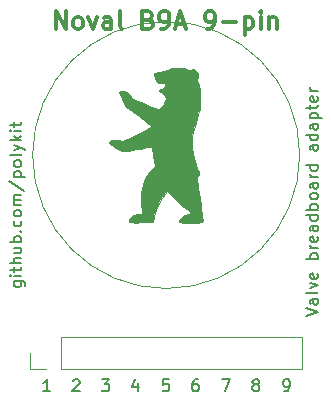
<source format=gbr>
%TF.GenerationSoftware,KiCad,Pcbnew,5.1.8-db9833491~88~ubuntu16.04.1*%
%TF.CreationDate,2020-12-31T19:31:44+01:00*%
%TF.ProjectId,valve-adapter-noval,76616c76-652d-4616-9461-707465722d6e,rev?*%
%TF.SameCoordinates,Original*%
%TF.FileFunction,Legend,Top*%
%TF.FilePolarity,Positive*%
%FSLAX46Y46*%
G04 Gerber Fmt 4.6, Leading zero omitted, Abs format (unit mm)*
G04 Created by KiCad (PCBNEW 5.1.8-db9833491~88~ubuntu16.04.1) date 2020-12-31 19:31:44*
%MOMM*%
%LPD*%
G01*
G04 APERTURE LIST*
%ADD10C,0.200000*%
%ADD11C,0.300000*%
%ADD12C,0.010000*%
%ADD13C,0.120000*%
G04 APERTURE END LIST*
D10*
X174852380Y-112966666D02*
X175852380Y-112633333D01*
X174852380Y-112300000D01*
X175852380Y-111538095D02*
X175328571Y-111538095D01*
X175233333Y-111585714D01*
X175185714Y-111680952D01*
X175185714Y-111871428D01*
X175233333Y-111966666D01*
X175804761Y-111538095D02*
X175852380Y-111633333D01*
X175852380Y-111871428D01*
X175804761Y-111966666D01*
X175709523Y-112014285D01*
X175614285Y-112014285D01*
X175519047Y-111966666D01*
X175471428Y-111871428D01*
X175471428Y-111633333D01*
X175423809Y-111538095D01*
X175852380Y-110919047D02*
X175804761Y-111014285D01*
X175709523Y-111061904D01*
X174852380Y-111061904D01*
X175185714Y-110633333D02*
X175852380Y-110395238D01*
X175185714Y-110157142D01*
X175804761Y-109395238D02*
X175852380Y-109490476D01*
X175852380Y-109680952D01*
X175804761Y-109776190D01*
X175709523Y-109823809D01*
X175328571Y-109823809D01*
X175233333Y-109776190D01*
X175185714Y-109680952D01*
X175185714Y-109490476D01*
X175233333Y-109395238D01*
X175328571Y-109347619D01*
X175423809Y-109347619D01*
X175519047Y-109823809D01*
X175852380Y-108157142D02*
X174852380Y-108157142D01*
X175233333Y-108157142D02*
X175185714Y-108061904D01*
X175185714Y-107871428D01*
X175233333Y-107776190D01*
X175280952Y-107728571D01*
X175376190Y-107680952D01*
X175661904Y-107680952D01*
X175757142Y-107728571D01*
X175804761Y-107776190D01*
X175852380Y-107871428D01*
X175852380Y-108061904D01*
X175804761Y-108157142D01*
X175852380Y-107252380D02*
X175185714Y-107252380D01*
X175376190Y-107252380D02*
X175280952Y-107204761D01*
X175233333Y-107157142D01*
X175185714Y-107061904D01*
X175185714Y-106966666D01*
X175804761Y-106252380D02*
X175852380Y-106347619D01*
X175852380Y-106538095D01*
X175804761Y-106633333D01*
X175709523Y-106680952D01*
X175328571Y-106680952D01*
X175233333Y-106633333D01*
X175185714Y-106538095D01*
X175185714Y-106347619D01*
X175233333Y-106252380D01*
X175328571Y-106204761D01*
X175423809Y-106204761D01*
X175519047Y-106680952D01*
X175852380Y-105347619D02*
X175328571Y-105347619D01*
X175233333Y-105395238D01*
X175185714Y-105490476D01*
X175185714Y-105680952D01*
X175233333Y-105776190D01*
X175804761Y-105347619D02*
X175852380Y-105442857D01*
X175852380Y-105680952D01*
X175804761Y-105776190D01*
X175709523Y-105823809D01*
X175614285Y-105823809D01*
X175519047Y-105776190D01*
X175471428Y-105680952D01*
X175471428Y-105442857D01*
X175423809Y-105347619D01*
X175852380Y-104442857D02*
X174852380Y-104442857D01*
X175804761Y-104442857D02*
X175852380Y-104538095D01*
X175852380Y-104728571D01*
X175804761Y-104823809D01*
X175757142Y-104871428D01*
X175661904Y-104919047D01*
X175376190Y-104919047D01*
X175280952Y-104871428D01*
X175233333Y-104823809D01*
X175185714Y-104728571D01*
X175185714Y-104538095D01*
X175233333Y-104442857D01*
X175852380Y-103966666D02*
X174852380Y-103966666D01*
X175233333Y-103966666D02*
X175185714Y-103871428D01*
X175185714Y-103680952D01*
X175233333Y-103585714D01*
X175280952Y-103538095D01*
X175376190Y-103490476D01*
X175661904Y-103490476D01*
X175757142Y-103538095D01*
X175804761Y-103585714D01*
X175852380Y-103680952D01*
X175852380Y-103871428D01*
X175804761Y-103966666D01*
X175852380Y-102919047D02*
X175804761Y-103014285D01*
X175757142Y-103061904D01*
X175661904Y-103109523D01*
X175376190Y-103109523D01*
X175280952Y-103061904D01*
X175233333Y-103014285D01*
X175185714Y-102919047D01*
X175185714Y-102776190D01*
X175233333Y-102680952D01*
X175280952Y-102633333D01*
X175376190Y-102585714D01*
X175661904Y-102585714D01*
X175757142Y-102633333D01*
X175804761Y-102680952D01*
X175852380Y-102776190D01*
X175852380Y-102919047D01*
X175852380Y-101728571D02*
X175328571Y-101728571D01*
X175233333Y-101776190D01*
X175185714Y-101871428D01*
X175185714Y-102061904D01*
X175233333Y-102157142D01*
X175804761Y-101728571D02*
X175852380Y-101823809D01*
X175852380Y-102061904D01*
X175804761Y-102157142D01*
X175709523Y-102204761D01*
X175614285Y-102204761D01*
X175519047Y-102157142D01*
X175471428Y-102061904D01*
X175471428Y-101823809D01*
X175423809Y-101728571D01*
X175852380Y-101252380D02*
X175185714Y-101252380D01*
X175376190Y-101252380D02*
X175280952Y-101204761D01*
X175233333Y-101157142D01*
X175185714Y-101061904D01*
X175185714Y-100966666D01*
X175852380Y-100204761D02*
X174852380Y-100204761D01*
X175804761Y-100204761D02*
X175852380Y-100300000D01*
X175852380Y-100490476D01*
X175804761Y-100585714D01*
X175757142Y-100633333D01*
X175661904Y-100680952D01*
X175376190Y-100680952D01*
X175280952Y-100633333D01*
X175233333Y-100585714D01*
X175185714Y-100490476D01*
X175185714Y-100300000D01*
X175233333Y-100204761D01*
X175852380Y-98538095D02*
X175328571Y-98538095D01*
X175233333Y-98585714D01*
X175185714Y-98680952D01*
X175185714Y-98871428D01*
X175233333Y-98966666D01*
X175804761Y-98538095D02*
X175852380Y-98633333D01*
X175852380Y-98871428D01*
X175804761Y-98966666D01*
X175709523Y-99014285D01*
X175614285Y-99014285D01*
X175519047Y-98966666D01*
X175471428Y-98871428D01*
X175471428Y-98633333D01*
X175423809Y-98538095D01*
X175852380Y-97633333D02*
X174852380Y-97633333D01*
X175804761Y-97633333D02*
X175852380Y-97728571D01*
X175852380Y-97919047D01*
X175804761Y-98014285D01*
X175757142Y-98061904D01*
X175661904Y-98109523D01*
X175376190Y-98109523D01*
X175280952Y-98061904D01*
X175233333Y-98014285D01*
X175185714Y-97919047D01*
X175185714Y-97728571D01*
X175233333Y-97633333D01*
X175852380Y-96728571D02*
X175328571Y-96728571D01*
X175233333Y-96776190D01*
X175185714Y-96871428D01*
X175185714Y-97061904D01*
X175233333Y-97157142D01*
X175804761Y-96728571D02*
X175852380Y-96823809D01*
X175852380Y-97061904D01*
X175804761Y-97157142D01*
X175709523Y-97204761D01*
X175614285Y-97204761D01*
X175519047Y-97157142D01*
X175471428Y-97061904D01*
X175471428Y-96823809D01*
X175423809Y-96728571D01*
X175185714Y-96252380D02*
X176185714Y-96252380D01*
X175233333Y-96252380D02*
X175185714Y-96157142D01*
X175185714Y-95966666D01*
X175233333Y-95871428D01*
X175280952Y-95823809D01*
X175376190Y-95776190D01*
X175661904Y-95776190D01*
X175757142Y-95823809D01*
X175804761Y-95871428D01*
X175852380Y-95966666D01*
X175852380Y-96157142D01*
X175804761Y-96252380D01*
X175185714Y-95490476D02*
X175185714Y-95109523D01*
X174852380Y-95347619D02*
X175709523Y-95347619D01*
X175804761Y-95300000D01*
X175852380Y-95204761D01*
X175852380Y-95109523D01*
X175804761Y-94395238D02*
X175852380Y-94490476D01*
X175852380Y-94680952D01*
X175804761Y-94776190D01*
X175709523Y-94823809D01*
X175328571Y-94823809D01*
X175233333Y-94776190D01*
X175185714Y-94680952D01*
X175185714Y-94490476D01*
X175233333Y-94395238D01*
X175328571Y-94347619D01*
X175423809Y-94347619D01*
X175519047Y-94823809D01*
X175852380Y-93919047D02*
X175185714Y-93919047D01*
X175376190Y-93919047D02*
X175280952Y-93871428D01*
X175233333Y-93823809D01*
X175185714Y-93728571D01*
X175185714Y-93633333D01*
X150085714Y-110052380D02*
X150895238Y-110052380D01*
X150990476Y-110100000D01*
X151038095Y-110147619D01*
X151085714Y-110242857D01*
X151085714Y-110385714D01*
X151038095Y-110480952D01*
X150704761Y-110052380D02*
X150752380Y-110147619D01*
X150752380Y-110338095D01*
X150704761Y-110433333D01*
X150657142Y-110480952D01*
X150561904Y-110528571D01*
X150276190Y-110528571D01*
X150180952Y-110480952D01*
X150133333Y-110433333D01*
X150085714Y-110338095D01*
X150085714Y-110147619D01*
X150133333Y-110052380D01*
X150752380Y-109576190D02*
X150085714Y-109576190D01*
X149752380Y-109576190D02*
X149800000Y-109623809D01*
X149847619Y-109576190D01*
X149800000Y-109528571D01*
X149752380Y-109576190D01*
X149847619Y-109576190D01*
X150085714Y-109242857D02*
X150085714Y-108861904D01*
X149752380Y-109100000D02*
X150609523Y-109100000D01*
X150704761Y-109052380D01*
X150752380Y-108957142D01*
X150752380Y-108861904D01*
X150752380Y-108528571D02*
X149752380Y-108528571D01*
X150752380Y-108100000D02*
X150228571Y-108100000D01*
X150133333Y-108147619D01*
X150085714Y-108242857D01*
X150085714Y-108385714D01*
X150133333Y-108480952D01*
X150180952Y-108528571D01*
X150085714Y-107195238D02*
X150752380Y-107195238D01*
X150085714Y-107623809D02*
X150609523Y-107623809D01*
X150704761Y-107576190D01*
X150752380Y-107480952D01*
X150752380Y-107338095D01*
X150704761Y-107242857D01*
X150657142Y-107195238D01*
X150752380Y-106719047D02*
X149752380Y-106719047D01*
X150133333Y-106719047D02*
X150085714Y-106623809D01*
X150085714Y-106433333D01*
X150133333Y-106338095D01*
X150180952Y-106290476D01*
X150276190Y-106242857D01*
X150561904Y-106242857D01*
X150657142Y-106290476D01*
X150704761Y-106338095D01*
X150752380Y-106433333D01*
X150752380Y-106623809D01*
X150704761Y-106719047D01*
X150657142Y-105814285D02*
X150704761Y-105766666D01*
X150752380Y-105814285D01*
X150704761Y-105861904D01*
X150657142Y-105814285D01*
X150752380Y-105814285D01*
X150704761Y-104909523D02*
X150752380Y-105004761D01*
X150752380Y-105195238D01*
X150704761Y-105290476D01*
X150657142Y-105338095D01*
X150561904Y-105385714D01*
X150276190Y-105385714D01*
X150180952Y-105338095D01*
X150133333Y-105290476D01*
X150085714Y-105195238D01*
X150085714Y-105004761D01*
X150133333Y-104909523D01*
X150752380Y-104338095D02*
X150704761Y-104433333D01*
X150657142Y-104480952D01*
X150561904Y-104528571D01*
X150276190Y-104528571D01*
X150180952Y-104480952D01*
X150133333Y-104433333D01*
X150085714Y-104338095D01*
X150085714Y-104195238D01*
X150133333Y-104100000D01*
X150180952Y-104052380D01*
X150276190Y-104004761D01*
X150561904Y-104004761D01*
X150657142Y-104052380D01*
X150704761Y-104100000D01*
X150752380Y-104195238D01*
X150752380Y-104338095D01*
X150752380Y-103576190D02*
X150085714Y-103576190D01*
X150180952Y-103576190D02*
X150133333Y-103528571D01*
X150085714Y-103433333D01*
X150085714Y-103290476D01*
X150133333Y-103195238D01*
X150228571Y-103147619D01*
X150752380Y-103147619D01*
X150228571Y-103147619D02*
X150133333Y-103100000D01*
X150085714Y-103004761D01*
X150085714Y-102861904D01*
X150133333Y-102766666D01*
X150228571Y-102719047D01*
X150752380Y-102719047D01*
X149704761Y-101528571D02*
X150990476Y-102385714D01*
X150085714Y-101195238D02*
X151085714Y-101195238D01*
X150133333Y-101195238D02*
X150085714Y-101100000D01*
X150085714Y-100909523D01*
X150133333Y-100814285D01*
X150180952Y-100766666D01*
X150276190Y-100719047D01*
X150561904Y-100719047D01*
X150657142Y-100766666D01*
X150704761Y-100814285D01*
X150752380Y-100909523D01*
X150752380Y-101100000D01*
X150704761Y-101195238D01*
X150752380Y-100147619D02*
X150704761Y-100242857D01*
X150657142Y-100290476D01*
X150561904Y-100338095D01*
X150276190Y-100338095D01*
X150180952Y-100290476D01*
X150133333Y-100242857D01*
X150085714Y-100147619D01*
X150085714Y-100004761D01*
X150133333Y-99909523D01*
X150180952Y-99861904D01*
X150276190Y-99814285D01*
X150561904Y-99814285D01*
X150657142Y-99861904D01*
X150704761Y-99909523D01*
X150752380Y-100004761D01*
X150752380Y-100147619D01*
X150752380Y-99242857D02*
X150704761Y-99338095D01*
X150609523Y-99385714D01*
X149752380Y-99385714D01*
X150085714Y-98957142D02*
X150752380Y-98719047D01*
X150085714Y-98480952D02*
X150752380Y-98719047D01*
X150990476Y-98814285D01*
X151038095Y-98861904D01*
X151085714Y-98957142D01*
X150752380Y-98100000D02*
X149752380Y-98100000D01*
X150371428Y-98004761D02*
X150752380Y-97719047D01*
X150085714Y-97719047D02*
X150466666Y-98100000D01*
X150752380Y-97290476D02*
X150085714Y-97290476D01*
X149752380Y-97290476D02*
X149800000Y-97338095D01*
X149847619Y-97290476D01*
X149800000Y-97242857D01*
X149752380Y-97290476D01*
X149847619Y-97290476D01*
X150085714Y-96957142D02*
X150085714Y-96576190D01*
X149752380Y-96814285D02*
X150609523Y-96814285D01*
X150704761Y-96766666D01*
X150752380Y-96671428D01*
X150752380Y-96576190D01*
X173009523Y-119352380D02*
X173200000Y-119352380D01*
X173295238Y-119304761D01*
X173342857Y-119257142D01*
X173438095Y-119114285D01*
X173485714Y-118923809D01*
X173485714Y-118542857D01*
X173438095Y-118447619D01*
X173390476Y-118400000D01*
X173295238Y-118352380D01*
X173104761Y-118352380D01*
X173009523Y-118400000D01*
X172961904Y-118447619D01*
X172914285Y-118542857D01*
X172914285Y-118780952D01*
X172961904Y-118876190D01*
X173009523Y-118923809D01*
X173104761Y-118971428D01*
X173295238Y-118971428D01*
X173390476Y-118923809D01*
X173438095Y-118876190D01*
X173485714Y-118780952D01*
X170504761Y-118780952D02*
X170409523Y-118733333D01*
X170361904Y-118685714D01*
X170314285Y-118590476D01*
X170314285Y-118542857D01*
X170361904Y-118447619D01*
X170409523Y-118400000D01*
X170504761Y-118352380D01*
X170695238Y-118352380D01*
X170790476Y-118400000D01*
X170838095Y-118447619D01*
X170885714Y-118542857D01*
X170885714Y-118590476D01*
X170838095Y-118685714D01*
X170790476Y-118733333D01*
X170695238Y-118780952D01*
X170504761Y-118780952D01*
X170409523Y-118828571D01*
X170361904Y-118876190D01*
X170314285Y-118971428D01*
X170314285Y-119161904D01*
X170361904Y-119257142D01*
X170409523Y-119304761D01*
X170504761Y-119352380D01*
X170695238Y-119352380D01*
X170790476Y-119304761D01*
X170838095Y-119257142D01*
X170885714Y-119161904D01*
X170885714Y-118971428D01*
X170838095Y-118876190D01*
X170790476Y-118828571D01*
X170695238Y-118780952D01*
X167766666Y-118352380D02*
X168433333Y-118352380D01*
X168004761Y-119352380D01*
X165690476Y-118352380D02*
X165500000Y-118352380D01*
X165404761Y-118400000D01*
X165357142Y-118447619D01*
X165261904Y-118590476D01*
X165214285Y-118780952D01*
X165214285Y-119161904D01*
X165261904Y-119257142D01*
X165309523Y-119304761D01*
X165404761Y-119352380D01*
X165595238Y-119352380D01*
X165690476Y-119304761D01*
X165738095Y-119257142D01*
X165785714Y-119161904D01*
X165785714Y-118923809D01*
X165738095Y-118828571D01*
X165690476Y-118780952D01*
X165595238Y-118733333D01*
X165404761Y-118733333D01*
X165309523Y-118780952D01*
X165261904Y-118828571D01*
X165214285Y-118923809D01*
X163238095Y-118352380D02*
X162761904Y-118352380D01*
X162714285Y-118828571D01*
X162761904Y-118780952D01*
X162857142Y-118733333D01*
X163095238Y-118733333D01*
X163190476Y-118780952D01*
X163238095Y-118828571D01*
X163285714Y-118923809D01*
X163285714Y-119161904D01*
X163238095Y-119257142D01*
X163190476Y-119304761D01*
X163095238Y-119352380D01*
X162857142Y-119352380D01*
X162761904Y-119304761D01*
X162714285Y-119257142D01*
X160590476Y-118685714D02*
X160590476Y-119352380D01*
X160352380Y-118304761D02*
X160114285Y-119019047D01*
X160733333Y-119019047D01*
X157566666Y-118352380D02*
X158185714Y-118352380D01*
X157852380Y-118733333D01*
X157995238Y-118733333D01*
X158090476Y-118780952D01*
X158138095Y-118828571D01*
X158185714Y-118923809D01*
X158185714Y-119161904D01*
X158138095Y-119257142D01*
X158090476Y-119304761D01*
X157995238Y-119352380D01*
X157709523Y-119352380D01*
X157614285Y-119304761D01*
X157566666Y-119257142D01*
X155114285Y-118447619D02*
X155161904Y-118400000D01*
X155257142Y-118352380D01*
X155495238Y-118352380D01*
X155590476Y-118400000D01*
X155638095Y-118447619D01*
X155685714Y-118542857D01*
X155685714Y-118638095D01*
X155638095Y-118780952D01*
X155066666Y-119352380D01*
X155685714Y-119352380D01*
X153185714Y-119352380D02*
X152614285Y-119352380D01*
X152900000Y-119352380D02*
X152900000Y-118352380D01*
X152804761Y-118495238D01*
X152709523Y-118590476D01*
X152614285Y-118638095D01*
D11*
X153642857Y-88678571D02*
X153642857Y-87178571D01*
X154500000Y-88678571D01*
X154500000Y-87178571D01*
X155428571Y-88678571D02*
X155285714Y-88607142D01*
X155214285Y-88535714D01*
X155142857Y-88392857D01*
X155142857Y-87964285D01*
X155214285Y-87821428D01*
X155285714Y-87750000D01*
X155428571Y-87678571D01*
X155642857Y-87678571D01*
X155785714Y-87750000D01*
X155857142Y-87821428D01*
X155928571Y-87964285D01*
X155928571Y-88392857D01*
X155857142Y-88535714D01*
X155785714Y-88607142D01*
X155642857Y-88678571D01*
X155428571Y-88678571D01*
X156428571Y-87678571D02*
X156785714Y-88678571D01*
X157142857Y-87678571D01*
X158357142Y-88678571D02*
X158357142Y-87892857D01*
X158285714Y-87750000D01*
X158142857Y-87678571D01*
X157857142Y-87678571D01*
X157714285Y-87750000D01*
X158357142Y-88607142D02*
X158214285Y-88678571D01*
X157857142Y-88678571D01*
X157714285Y-88607142D01*
X157642857Y-88464285D01*
X157642857Y-88321428D01*
X157714285Y-88178571D01*
X157857142Y-88107142D01*
X158214285Y-88107142D01*
X158357142Y-88035714D01*
X159285714Y-88678571D02*
X159142857Y-88607142D01*
X159071428Y-88464285D01*
X159071428Y-87178571D01*
X161500000Y-87892857D02*
X161714285Y-87964285D01*
X161785714Y-88035714D01*
X161857142Y-88178571D01*
X161857142Y-88392857D01*
X161785714Y-88535714D01*
X161714285Y-88607142D01*
X161571428Y-88678571D01*
X161000000Y-88678571D01*
X161000000Y-87178571D01*
X161500000Y-87178571D01*
X161642857Y-87250000D01*
X161714285Y-87321428D01*
X161785714Y-87464285D01*
X161785714Y-87607142D01*
X161714285Y-87750000D01*
X161642857Y-87821428D01*
X161500000Y-87892857D01*
X161000000Y-87892857D01*
X162571428Y-88678571D02*
X162857142Y-88678571D01*
X163000000Y-88607142D01*
X163071428Y-88535714D01*
X163214285Y-88321428D01*
X163285714Y-88035714D01*
X163285714Y-87464285D01*
X163214285Y-87321428D01*
X163142857Y-87250000D01*
X163000000Y-87178571D01*
X162714285Y-87178571D01*
X162571428Y-87250000D01*
X162500000Y-87321428D01*
X162428571Y-87464285D01*
X162428571Y-87821428D01*
X162500000Y-87964285D01*
X162571428Y-88035714D01*
X162714285Y-88107142D01*
X163000000Y-88107142D01*
X163142857Y-88035714D01*
X163214285Y-87964285D01*
X163285714Y-87821428D01*
X163857142Y-88250000D02*
X164571428Y-88250000D01*
X163714285Y-88678571D02*
X164214285Y-87178571D01*
X164714285Y-88678571D01*
X166428571Y-88678571D02*
X166714285Y-88678571D01*
X166857142Y-88607142D01*
X166928571Y-88535714D01*
X167071428Y-88321428D01*
X167142857Y-88035714D01*
X167142857Y-87464285D01*
X167071428Y-87321428D01*
X167000000Y-87250000D01*
X166857142Y-87178571D01*
X166571428Y-87178571D01*
X166428571Y-87250000D01*
X166357142Y-87321428D01*
X166285714Y-87464285D01*
X166285714Y-87821428D01*
X166357142Y-87964285D01*
X166428571Y-88035714D01*
X166571428Y-88107142D01*
X166857142Y-88107142D01*
X167000000Y-88035714D01*
X167071428Y-87964285D01*
X167142857Y-87821428D01*
X167785714Y-88107142D02*
X168928571Y-88107142D01*
X169642857Y-87678571D02*
X169642857Y-89178571D01*
X169642857Y-87750000D02*
X169785714Y-87678571D01*
X170071428Y-87678571D01*
X170214285Y-87750000D01*
X170285714Y-87821428D01*
X170357142Y-87964285D01*
X170357142Y-88392857D01*
X170285714Y-88535714D01*
X170214285Y-88607142D01*
X170071428Y-88678571D01*
X169785714Y-88678571D01*
X169642857Y-88607142D01*
X171000000Y-88678571D02*
X171000000Y-87678571D01*
X171000000Y-87178571D02*
X170928571Y-87250000D01*
X171000000Y-87321428D01*
X171071428Y-87250000D01*
X171000000Y-87178571D01*
X171000000Y-87321428D01*
X171714285Y-87678571D02*
X171714285Y-88678571D01*
X171714285Y-87821428D02*
X171785714Y-87750000D01*
X171928571Y-87678571D01*
X172142857Y-87678571D01*
X172285714Y-87750000D01*
X172357142Y-87892857D01*
X172357142Y-88678571D01*
D12*
%TO.C,G\u002A\u002A\u002A*%
G36*
X164535287Y-92014797D02*
G01*
X164693556Y-92077035D01*
X164873386Y-92147263D01*
X165030150Y-92134098D01*
X165064541Y-92122128D01*
X165279765Y-92098189D01*
X165472081Y-92175652D01*
X165617726Y-92328921D01*
X165692936Y-92532401D01*
X165673949Y-92760496D01*
X165669519Y-92773763D01*
X165638292Y-92907606D01*
X165646405Y-93054113D01*
X165698833Y-93254500D01*
X165743839Y-93389570D01*
X165806867Y-93592468D01*
X165848753Y-93790666D01*
X165873445Y-94018377D01*
X165884893Y-94309811D01*
X165887161Y-94631250D01*
X165885244Y-94975995D01*
X165875528Y-95234252D01*
X165851203Y-95446529D01*
X165805460Y-95653334D01*
X165731491Y-95895174D01*
X165622486Y-96212559D01*
X165620323Y-96218750D01*
X165509585Y-96550960D01*
X165409139Y-96879939D01*
X165330575Y-97166035D01*
X165287537Y-97357537D01*
X165225115Y-97949716D01*
X165230580Y-98591214D01*
X165299350Y-99242512D01*
X165426841Y-99864094D01*
X165608471Y-100416443D01*
X165654726Y-100523615D01*
X165753232Y-100744802D01*
X165803007Y-100882012D01*
X165808111Y-100966772D01*
X165772602Y-101030615D01*
X165726259Y-101079240D01*
X165633125Y-101198338D01*
X165600246Y-101282875D01*
X165609076Y-101364272D01*
X165634878Y-101554284D01*
X165675195Y-101836018D01*
X165727572Y-102192584D01*
X165789552Y-102607091D01*
X165858679Y-103062648D01*
X165866101Y-103111186D01*
X165934532Y-103571651D01*
X165993518Y-103994512D01*
X166040961Y-104362535D01*
X166074766Y-104658487D01*
X166092834Y-104865133D01*
X166093069Y-104965241D01*
X166092097Y-104968561D01*
X166063426Y-105010097D01*
X166001790Y-105039582D01*
X165888233Y-105059014D01*
X165703799Y-105070395D01*
X165429532Y-105075722D01*
X165064242Y-105077000D01*
X164689382Y-105075909D01*
X164423181Y-105071240D01*
X164247309Y-105060894D01*
X164143434Y-105042773D01*
X164093225Y-105014780D01*
X164078350Y-104974815D01*
X164078000Y-104964129D01*
X164138945Y-104750528D01*
X164316656Y-104568282D01*
X164603445Y-104423439D01*
X164860355Y-104348593D01*
X165166461Y-104278781D01*
X164823670Y-104042692D01*
X164581219Y-103857396D01*
X164288216Y-103606025D01*
X163976877Y-103318830D01*
X163679421Y-103026057D01*
X163428066Y-102757955D01*
X163321367Y-102632250D01*
X163117031Y-102378250D01*
X162864908Y-102664000D01*
X162612586Y-103007790D01*
X162379042Y-103432210D01*
X162186981Y-103890951D01*
X162071000Y-104283250D01*
X162013101Y-104530034D01*
X161959748Y-104747391D01*
X161922978Y-104886500D01*
X161876800Y-105045250D01*
X160850150Y-105062697D01*
X160413724Y-105066401D01*
X160100105Y-105060420D01*
X159905453Y-105044564D01*
X159825931Y-105018644D01*
X159823500Y-105011919D01*
X159881952Y-104809832D01*
X160038072Y-104618030D01*
X160263001Y-104457778D01*
X160527882Y-104350344D01*
X160767332Y-104316394D01*
X160910431Y-104306790D01*
X160959178Y-104255001D01*
X160946167Y-104122622D01*
X160943655Y-104108625D01*
X160871098Y-103537412D01*
X160857057Y-102978901D01*
X160901835Y-102475603D01*
X160930885Y-102322939D01*
X161061553Y-101880734D01*
X161252946Y-101420645D01*
X161483450Y-100987055D01*
X161731451Y-100624346D01*
X161795175Y-100548213D01*
X162054819Y-100253242D01*
X161956865Y-99759996D01*
X161901994Y-99466687D01*
X161851786Y-99169234D01*
X161816989Y-98931373D01*
X161816654Y-98928699D01*
X161788529Y-98734645D01*
X161754501Y-98639513D01*
X161695352Y-98615927D01*
X161608574Y-98632283D01*
X161385114Y-98684342D01*
X161094072Y-98746398D01*
X160762342Y-98813371D01*
X160416815Y-98880183D01*
X160084384Y-98941757D01*
X159791943Y-98993015D01*
X159566383Y-99028877D01*
X159434598Y-99044267D01*
X159425536Y-99044500D01*
X159304087Y-99012967D01*
X159108889Y-98929885D01*
X158871771Y-98812526D01*
X158624561Y-98678165D01*
X158399089Y-98544073D01*
X158227184Y-98427524D01*
X158141921Y-98347895D01*
X158163469Y-98276521D01*
X158260692Y-98172696D01*
X158283019Y-98154392D01*
X158379870Y-98088246D01*
X158482723Y-98052202D01*
X158619584Y-98045565D01*
X158818461Y-98067644D01*
X159107362Y-98117748D01*
X159184000Y-98132126D01*
X159270929Y-98139707D01*
X159374423Y-98126249D01*
X159511255Y-98085176D01*
X159698201Y-98009914D01*
X159952033Y-97893888D01*
X160289525Y-97730524D01*
X160596875Y-97578337D01*
X160952120Y-97399691D01*
X161265353Y-97238707D01*
X161519903Y-97104242D01*
X161699098Y-97005150D01*
X161786265Y-96950288D01*
X161792000Y-96943525D01*
X161743646Y-96895221D01*
X161608249Y-96782162D01*
X161400308Y-96615873D01*
X161134320Y-96407878D01*
X160824783Y-96169701D01*
X160676003Y-96056396D01*
X159560006Y-95209164D01*
X159279003Y-94631528D01*
X159160365Y-94380464D01*
X159066495Y-94168128D01*
X159009514Y-94022736D01*
X158998000Y-93977446D01*
X159058025Y-93925939D01*
X159228836Y-93902187D01*
X159292722Y-93901000D01*
X159494819Y-93915277D01*
X159633334Y-93976037D01*
X159767722Y-94107375D01*
X159934155Y-94297107D01*
X160104299Y-94489940D01*
X160123875Y-94512026D01*
X160217503Y-94597632D01*
X160355299Y-94685510D01*
X160554840Y-94784036D01*
X160833699Y-94901584D01*
X161209452Y-95046528D01*
X161375027Y-95108212D01*
X162450304Y-95506121D01*
X162600885Y-95322685D01*
X162784927Y-95062335D01*
X162917964Y-94802040D01*
X162983899Y-94576758D01*
X162986377Y-94485501D01*
X162914163Y-94324566D01*
X162728453Y-94158533D01*
X162696875Y-94136879D01*
X162505563Y-93985384D01*
X162435987Y-93868256D01*
X162487877Y-93784594D01*
X162581309Y-93749038D01*
X162788415Y-93648363D01*
X162911904Y-93485773D01*
X162935000Y-93366497D01*
X162916720Y-93268640D01*
X162837265Y-93233818D01*
X162721230Y-93235044D01*
X162551408Y-93257318D01*
X162434197Y-93293381D01*
X162431255Y-93295120D01*
X162334681Y-93284882D01*
X162210940Y-93158971D01*
X162115801Y-93012000D01*
X162070755Y-92890765D01*
X162026811Y-92707032D01*
X162016980Y-92652426D01*
X161973212Y-92388103D01*
X162406481Y-92344400D01*
X162780498Y-92276138D01*
X163131166Y-92158828D01*
X163189000Y-92132474D01*
X163504052Y-92023445D01*
X163862075Y-91966435D01*
X164220132Y-91963025D01*
X164535287Y-92014797D01*
G37*
X164535287Y-92014797D02*
X164693556Y-92077035D01*
X164873386Y-92147263D01*
X165030150Y-92134098D01*
X165064541Y-92122128D01*
X165279765Y-92098189D01*
X165472081Y-92175652D01*
X165617726Y-92328921D01*
X165692936Y-92532401D01*
X165673949Y-92760496D01*
X165669519Y-92773763D01*
X165638292Y-92907606D01*
X165646405Y-93054113D01*
X165698833Y-93254500D01*
X165743839Y-93389570D01*
X165806867Y-93592468D01*
X165848753Y-93790666D01*
X165873445Y-94018377D01*
X165884893Y-94309811D01*
X165887161Y-94631250D01*
X165885244Y-94975995D01*
X165875528Y-95234252D01*
X165851203Y-95446529D01*
X165805460Y-95653334D01*
X165731491Y-95895174D01*
X165622486Y-96212559D01*
X165620323Y-96218750D01*
X165509585Y-96550960D01*
X165409139Y-96879939D01*
X165330575Y-97166035D01*
X165287537Y-97357537D01*
X165225115Y-97949716D01*
X165230580Y-98591214D01*
X165299350Y-99242512D01*
X165426841Y-99864094D01*
X165608471Y-100416443D01*
X165654726Y-100523615D01*
X165753232Y-100744802D01*
X165803007Y-100882012D01*
X165808111Y-100966772D01*
X165772602Y-101030615D01*
X165726259Y-101079240D01*
X165633125Y-101198338D01*
X165600246Y-101282875D01*
X165609076Y-101364272D01*
X165634878Y-101554284D01*
X165675195Y-101836018D01*
X165727572Y-102192584D01*
X165789552Y-102607091D01*
X165858679Y-103062648D01*
X165866101Y-103111186D01*
X165934532Y-103571651D01*
X165993518Y-103994512D01*
X166040961Y-104362535D01*
X166074766Y-104658487D01*
X166092834Y-104865133D01*
X166093069Y-104965241D01*
X166092097Y-104968561D01*
X166063426Y-105010097D01*
X166001790Y-105039582D01*
X165888233Y-105059014D01*
X165703799Y-105070395D01*
X165429532Y-105075722D01*
X165064242Y-105077000D01*
X164689382Y-105075909D01*
X164423181Y-105071240D01*
X164247309Y-105060894D01*
X164143434Y-105042773D01*
X164093225Y-105014780D01*
X164078350Y-104974815D01*
X164078000Y-104964129D01*
X164138945Y-104750528D01*
X164316656Y-104568282D01*
X164603445Y-104423439D01*
X164860355Y-104348593D01*
X165166461Y-104278781D01*
X164823670Y-104042692D01*
X164581219Y-103857396D01*
X164288216Y-103606025D01*
X163976877Y-103318830D01*
X163679421Y-103026057D01*
X163428066Y-102757955D01*
X163321367Y-102632250D01*
X163117031Y-102378250D01*
X162864908Y-102664000D01*
X162612586Y-103007790D01*
X162379042Y-103432210D01*
X162186981Y-103890951D01*
X162071000Y-104283250D01*
X162013101Y-104530034D01*
X161959748Y-104747391D01*
X161922978Y-104886500D01*
X161876800Y-105045250D01*
X160850150Y-105062697D01*
X160413724Y-105066401D01*
X160100105Y-105060420D01*
X159905453Y-105044564D01*
X159825931Y-105018644D01*
X159823500Y-105011919D01*
X159881952Y-104809832D01*
X160038072Y-104618030D01*
X160263001Y-104457778D01*
X160527882Y-104350344D01*
X160767332Y-104316394D01*
X160910431Y-104306790D01*
X160959178Y-104255001D01*
X160946167Y-104122622D01*
X160943655Y-104108625D01*
X160871098Y-103537412D01*
X160857057Y-102978901D01*
X160901835Y-102475603D01*
X160930885Y-102322939D01*
X161061553Y-101880734D01*
X161252946Y-101420645D01*
X161483450Y-100987055D01*
X161731451Y-100624346D01*
X161795175Y-100548213D01*
X162054819Y-100253242D01*
X161956865Y-99759996D01*
X161901994Y-99466687D01*
X161851786Y-99169234D01*
X161816989Y-98931373D01*
X161816654Y-98928699D01*
X161788529Y-98734645D01*
X161754501Y-98639513D01*
X161695352Y-98615927D01*
X161608574Y-98632283D01*
X161385114Y-98684342D01*
X161094072Y-98746398D01*
X160762342Y-98813371D01*
X160416815Y-98880183D01*
X160084384Y-98941757D01*
X159791943Y-98993015D01*
X159566383Y-99028877D01*
X159434598Y-99044267D01*
X159425536Y-99044500D01*
X159304087Y-99012967D01*
X159108889Y-98929885D01*
X158871771Y-98812526D01*
X158624561Y-98678165D01*
X158399089Y-98544073D01*
X158227184Y-98427524D01*
X158141921Y-98347895D01*
X158163469Y-98276521D01*
X158260692Y-98172696D01*
X158283019Y-98154392D01*
X158379870Y-98088246D01*
X158482723Y-98052202D01*
X158619584Y-98045565D01*
X158818461Y-98067644D01*
X159107362Y-98117748D01*
X159184000Y-98132126D01*
X159270929Y-98139707D01*
X159374423Y-98126249D01*
X159511255Y-98085176D01*
X159698201Y-98009914D01*
X159952033Y-97893888D01*
X160289525Y-97730524D01*
X160596875Y-97578337D01*
X160952120Y-97399691D01*
X161265353Y-97238707D01*
X161519903Y-97104242D01*
X161699098Y-97005150D01*
X161786265Y-96950288D01*
X161792000Y-96943525D01*
X161743646Y-96895221D01*
X161608249Y-96782162D01*
X161400308Y-96615873D01*
X161134320Y-96407878D01*
X160824783Y-96169701D01*
X160676003Y-96056396D01*
X159560006Y-95209164D01*
X159279003Y-94631528D01*
X159160365Y-94380464D01*
X159066495Y-94168128D01*
X159009514Y-94022736D01*
X158998000Y-93977446D01*
X159058025Y-93925939D01*
X159228836Y-93902187D01*
X159292722Y-93901000D01*
X159494819Y-93915277D01*
X159633334Y-93976037D01*
X159767722Y-94107375D01*
X159934155Y-94297107D01*
X160104299Y-94489940D01*
X160123875Y-94512026D01*
X160217503Y-94597632D01*
X160355299Y-94685510D01*
X160554840Y-94784036D01*
X160833699Y-94901584D01*
X161209452Y-95046528D01*
X161375027Y-95108212D01*
X162450304Y-95506121D01*
X162600885Y-95322685D01*
X162784927Y-95062335D01*
X162917964Y-94802040D01*
X162983899Y-94576758D01*
X162986377Y-94485501D01*
X162914163Y-94324566D01*
X162728453Y-94158533D01*
X162696875Y-94136879D01*
X162505563Y-93985384D01*
X162435987Y-93868256D01*
X162487877Y-93784594D01*
X162581309Y-93749038D01*
X162788415Y-93648363D01*
X162911904Y-93485773D01*
X162935000Y-93366497D01*
X162916720Y-93268640D01*
X162837265Y-93233818D01*
X162721230Y-93235044D01*
X162551408Y-93257318D01*
X162434197Y-93293381D01*
X162431255Y-93295120D01*
X162334681Y-93284882D01*
X162210940Y-93158971D01*
X162115801Y-93012000D01*
X162070755Y-92890765D01*
X162026811Y-92707032D01*
X162016980Y-92652426D01*
X161973212Y-92388103D01*
X162406481Y-92344400D01*
X162780498Y-92276138D01*
X163131166Y-92158828D01*
X163189000Y-92132474D01*
X163504052Y-92023445D01*
X163862075Y-91966435D01*
X164220132Y-91963025D01*
X164535287Y-92014797D01*
D13*
%TO.C,J1*%
X151518219Y-117439834D02*
X151518219Y-116109834D01*
X152848219Y-117439834D02*
X151518219Y-117439834D01*
X154118219Y-117439834D02*
X154118219Y-114779834D01*
X154118219Y-114779834D02*
X174498219Y-114779834D01*
X154118219Y-117439834D02*
X174498219Y-117439834D01*
X174498219Y-117439834D02*
X174498219Y-114779834D01*
%TO.C,U1*%
X174311129Y-99351590D02*
G75*
G03*
X174311129Y-99351590I-11305418J0D01*
G01*
%TD*%
M02*

</source>
